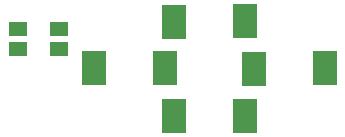
<source format=gtp>
G04 #@! TF.GenerationSoftware,KiCad,Pcbnew,7.0.7-7.0.7~ubuntu22.04.1*
G04 #@! TF.CreationDate,2024-07-01T00:22:52-07:00*
G04 #@! TF.ProjectId,v0.0-CutieCat,76302e30-2d43-4757-9469-654361742e6b,rev?*
G04 #@! TF.SameCoordinates,Original*
G04 #@! TF.FileFunction,Paste,Top*
G04 #@! TF.FilePolarity,Positive*
%FSLAX46Y46*%
G04 Gerber Fmt 4.6, Leading zero omitted, Abs format (unit mm)*
G04 Created by KiCad (PCBNEW 7.0.7-7.0.7~ubuntu22.04.1) date 2024-07-01 00:22:52*
%MOMM*%
%LPD*%
G01*
G04 APERTURE LIST*
%ADD10R,2.000000X3.000000*%
%ADD11R,1.600000X1.250000*%
G04 APERTURE END LIST*
D10*
X3750000Y-21030000D03*
X9750000Y-21000000D03*
X-3000000Y-25030000D03*
X3000000Y-25000000D03*
D11*
X-16250000Y-17625000D03*
X-16250000Y-19375000D03*
X-12750000Y-19375000D03*
X-12750000Y-17625000D03*
D10*
X-3000000Y-17030000D03*
X3000000Y-17000000D03*
X-3750000Y-20970000D03*
X-9750000Y-21000000D03*
M02*

</source>
